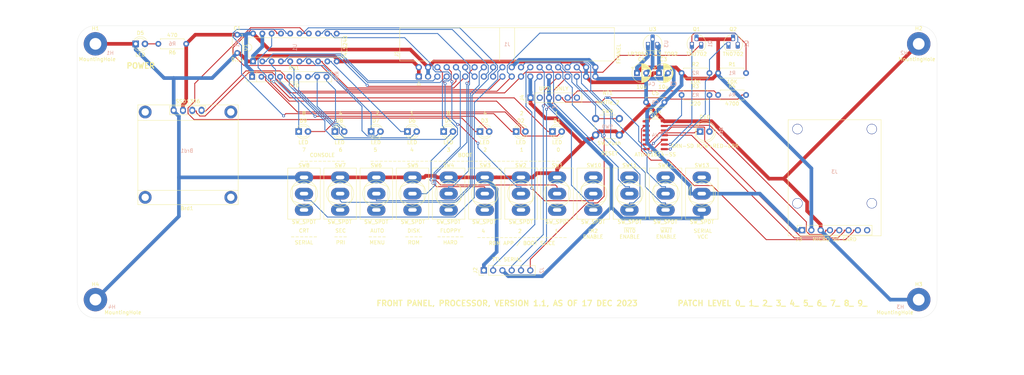
<source format=kicad_pcb>
(kicad_pcb (version 20211014) (generator pcbnew)
  (layers (0 "F.Cu" signal) (31 "B.Cu" signal) (34 "B.Paste" user) (35 "F.Paste" user) (36 "B.SilkS" user "B.Silkscreen") (37 "F.SilkS" user "F.Silkscreen") (38 "B.Mask" user) (39 "F.Mask" user) (44 "Edge.Cuts" user))
  (net 0 "")
  (net 1 "GND")
  (net 2 "VCC")
  (net 3 "Net-(D1-Pad1)")
  (net 4 "Net-(D1-Pad2)")
  (net 5 "Net-(D2-Pad1)")
  (net 6 "Net-(D2-Pad2)")
  (net 7 "Net-(D3-Pad1)")
  (net 8 "Net-(D3-Pad2)")
  (net 9 "Net-(D4-Pad1)")
  (net 10 "Net-(D4-Pad2)")
  (net 11 "Net-(D6-Pad1)")
  (net 12 "Net-(D6-Pad2)")
  (net 13 "Net-(D7-Pad1)")
  (net 14 "Net-(D7-Pad2)")
  (net 15 "Net-(D8-Pad1)")
  (net 16 "Net-(D8-Pad2)")
  (net 17 "Net-(D9-Pad1)")
  (net 18 "Net-(D9-Pad2)")
  (net 19 "/LED0")
  (net 20 "/FP-D0")
  (net 21 "/LED1")
  (net 22 "/FP-D1")
  (net 23 "/LED2")
  (net 24 "/FP-D2")
  (net 25 "/LED3")
  (net 26 "/FP-D3")
  (net 27 "/LED4")
  (net 28 "/FP-D4")
  (net 29 "/LED5")
  (net 30 "/FP-D5")
  (net 31 "/LED6")
  (net 32 "/FP-D6")
  (net 33 "/LED7")
  (net 34 "/FP-D7")
  (net 35 "I2C_SDA")
  (net 36 "I2C_SCL")
  (net 37 "~{EXT_RES}")
  (net 38 "~{IM2-EN}")
  (net 39 "~{RTS}")
  (net 40 "~{IM2-EN-OE}")
  (net 41 "/VCC-TS")
  (net 42 "~{INT0-EN}")
  (net 43 "RX")
  (net 44 "~{INT0}")
  (net 45 "TX")
  (net 46 "~{WAIT-EN}")
  (net 47 "~{CTS}")
  (net 48 "~{WAIT}")
  (net 49 "Net-(D5-Pad2)")
  (net 62 "VDD1")
  (net 63 "Net-(D10-Pad1)")
  (net 64 "Net-(D10-Pad2)")
  (net 65 "/CLK")
  (net 66 "/DO")
  (net 67 "/DI")
  (net 68 "/CS")
  (net 70 "Net-(Q1-Pad1)")
  (net 71 "Net-(Q2-Pad1)")
  (net 72 "Net-(R3-Pad1)")
  (net 77 "/UPDI-RX")
  (net 78 "/UPDI-TX")
  (net 80 "/UPDI")
  (footprint "Connector_IDC:IDC-Header_2x20_P2.54mm_Horizontal" (layer "F.Cu") (at 128.37 163.9475 90)
    (fp_text reference "J1")
    (fp_text value "FPANEL")
  )
  (footprint "Connector_PinHeader_2.54mm:PinHeader_1x06_P2.54mm_Vertical" (layer "F.Cu") (at 146.15 217 90)
    (fp_text reference "J2")
    (fp_text value "TTL SERIAL")
  )
  (footprint "MountingHole:MountingHole_3.2mm_M3_Pad" (layer "F.Cu") (at 40 155)
    (fp_text reference "H1")
    (fp_text value "MountingHole")
  )
  (footprint "MountingHole:MountingHole_3.2mm_M3_Pad" (layer "F.Cu") (at 265 155)
    (fp_text reference "H2")
    (fp_text value "MountingHole")
  )
  (footprint "MountingHole:MountingHole_3.2mm_M3_Pad" (layer "F.Cu") (at 265 225)
    (fp_text reference "H3")
    (fp_text value "MountingHole")
  )
  (footprint "MountingHole:MountingHole_3.2mm_M3_Pad" (layer "F.Cu") (at 40 225)
    (fp_text reference "H4")
    (fp_text value "MountingHole")
  )
  (footprint "LED_THT:LED_D3.0mm" (layer "F.Cu") (at 51 155)
    (fp_text reference "D5")
    (fp_text value "LED")
  )
  (footprint "Resistor_THT:R_Axial_DIN0207_L6.3mm_D2.5mm_P7.62mm_Horizontal" (layer "F.Cu") (at 64.81 155 180)
    (fp_text reference "R6")
    (fp_text value "470")
  )
  (footprint "Resistor_THT:R_Axial_DIN0207_L6.3mm_D2.5mm_P7.62mm_Horizontal" (layer "F.Cu") (at 200.19 169)
    (fp_text reference "R3")
    (fp_text value "220")
  )
  (footprint "LED_THT:LED_D3.0mm" (layer "F.Cu") (at 135.171 179)
    (fp_text reference "D4")
    (fp_text value "LED")
  )
  (footprint "Button_Switch_THT:SW_PUSH_6mm" (layer "F.Cu") (at 176.69 175.46)
    (fp_text reference "SW9")
    (fp_text value "SW_Push")
  )
  (footprint "Resistor_THT:R_Axial_DIN0207_L6.3mm_D2.5mm_P7.62mm_Horizontal" (layer "F.Cu") (at 210.19 169)
    (fp_text reference "R4")
    (fp_text value "4700")
  )
  (footprint "LED_THT:LED_D3.0mm" (layer "F.Cu") (at 125.2651 179)
    (fp_text reference "D6")
    (fp_text value "LED")
  )
  (footprint "LED_THT:LED_D3.0mm" (layer "F.Cu") (at 145.0769 179.0023)
    (fp_text reference "D3")
    (fp_text value "LED")
  )
  (footprint "Package_DIP:DIP-20_W7.62mm" (layer "F.Cu") (at 83.075 159.8 90)
    (fp_text reference "U1")
    (fp_text value "74LS240")
  )
  (footprint "Package_TO_SOT_THT:TO-92_HandSolder" (layer "F.Cu") (at 213 155)
    (fp_text reference "Q2")
    (fp_text value "TN0702")
  )
  (footprint "SW_Toggle_Blue_wSlots:SW_Toggle_Blue_wSlots" (layer "F.Cu") (at 97 196 -90)
    (fp_text reference "SW8")
    (fp_text value "SW_SPDT")
  )
  (footprint "SW_Toggle_Blue_wSlots:SW_Toggle_Blue_wSlots" (layer "F.Cu") (at 146.4102 196 -90)
    (fp_text reference "SW3")
    (fp_text value "SW_SPDT")
  )
  (footprint "SW_Toggle_Blue_wSlots:SW_Toggle_Blue_wSlots" (layer "F.Cu") (at 106.882 196 -90)
    (fp_text reference "SW7")
    (fp_text value "SW_SPDT")
  )
  (footprint "Capacitor_THT:C_Disc_D5.0mm_W2.5mm_P5.00mm" (layer "F.Cu") (at 78.75 157.5 90)
    (fp_text reference "C1")
    (fp_text value "0.1u")
  )
  (footprint "Package_TO_SOT_THT:TO-92_HandSolder" (layer "F.Cu") (at 203 155)
    (fp_text reference "Q1")
    (fp_text value "TN0702")
  )
  (footprint "Adafruit MicroSD Module:Adafruit MicroSD Module" (layer "F.Cu") (at 233.125 206)
    (fp_text reference "J3")
    (fp_text value "MICRO SD CARD")
  )
  (footprint "SW_Toggle_Blue_wSlots:SW_Toggle_Blue_wSlots" (layer "F.Cu") (at 166.1743 196 -90)
    (fp_text reference "SW1")
    (fp_text value "SW_SPDT")
  )
  (footprint "SW_Toggle_Blue_wSlots:SW_Toggle_Blue_wSlots" (layer "F.Cu") (at 126.6461 196 -90)
    (fp_text reference "SW5")
    (fp_text value "SW_SPDT")
  )
  (footprint "LED_THT:LED_D3.0mm" (layer "F.Cu") (at 154.9828 179.0018)
    (fp_text reference "D2")
    (fp_text value "LED")
  )
  (footprint "Capacitor_THT:C_Disc_D5.0mm_W2.5mm_P5.00mm" (layer "F.Cu") (at 190.5 171)
    (fp_text reference "C5")
    (fp_text value "0.1u")
  )
  (footprint "Capacitor_THT:CP_Radial_D5.0mm_P2.50mm" (layer "F.Cu") (at 194 163)
    (fp_text reference "C3")
    (fp_text value "10u")
  )
  (footprint "Capacitor_THT:CP_Radial_D5.0mm_P2.50mm" (layer "F.Cu") (at 188 163)
    (fp_text reference "C4")
    (fp_text value "10u")
  )
  (footprint "SW_Toggle_Blue_wSlots:SW_Toggle_Blue_wSlots" (layer "F.Cu") (at 176.0564 196 -90)
    (fp_text reference "SW10")
    (fp_text value "SW_SPDT")
  )
  (footprint "LED_THT:LED_D3.0mm" (layer "F.Cu") (at 115.3593 179.0018)
    (fp_text reference "D7")
    (fp_text value "LED")
  )
  (footprint "SW_Toggle_Blue_wSlots:SW_Toggle_Blue_wSlots" (layer "F.Cu") (at 116.7641 196 -90)
    (fp_text reference "SW6")
    (fp_text value "SW_SPDT")
  )
  (footprint "Connector_PinHeader_2.54mm:PinHeader_1x06_P2.54mm_Vertical" (layer "F.Cu") (at 158.9 169.75 90)
    (fp_text reference "J4")
    (fp_text value "UPDI ONLY")
  )
  (footprint "SW_Toggle_Blue_wSlots:SW_Toggle_Blue_wSlots" (layer "F.Cu") (at 185.9384 196 -90)
    (fp_text reference "SW11")
    (fp_text value "SW_SPDT")
  )
  (footprint "Resistor_THT:R_Axial_DIN0207_L6.3mm_D2.5mm_P7.62mm_Horizontal" (layer "F.Cu") (at 210.19 163)
    (fp_text reference "R1")
    (fp_text value "10K")
  )
  (footprint "Resistor_THT:R_Array_SIP9" (layer "F.Cu") (at 82.825 164)
    (fp_text reference "RN1")
    (fp_text value "470")
  )
  (footprint "LED_THT:LED_D3.0mm" (layer "F.Cu") (at 105.4534 179)
    (fp_text reference "D8")
    (fp_text value "LED")
  )
  (footprint "LED_THT:LED_D3.0mm" (layer "F.Cu") (at 164.8886 179)
    (fp_text reference "D1")
    (fp_text value "LED")
  )
  (footprint "LED_THT:LED_D5.0mm" (layer "F.Cu") (at 205.27 179)
    (fp_text reference "D10")
    (fp_text value "GRN-SD R/W+RED-ERR")
  )
  (footprint "SW_Toggle_Blue_wSlots:SW_Toggle_Blue_wSlots" (layer "F.Cu") (at 156.2923 196 -90)
    (fp_text reference "SW2")
    (fp_text value "SW_SPDT")
  )
  (footprint "LED_THT:LED_D3.0mm" (layer "F.Cu") (at 95.5475 179)
    (fp_text reference "D9")
    (fp_text value "LED")
  )
  (footprint "SSD1306:128x64OLED" (layer "F.Cu") (at 65 184)
    (fp_text reference "Brd1")
    (fp_text value "SSD1306")
  )
  (footprint "Package_SO:SOIC-14_3.9x8.7mm_P1.27mm" (layer "F.Cu") (at 193 180)
    (fp_text reference "U4")
    (fp_text value "ATtiny1614-SS")
  )
  (footprint "SW_Toggle_Blue_wSlots:SW_Toggle_Blue_wSlots" (layer "F.Cu") (at 205.7025 196 -90)
    (fp_text reference "SW13")
    (fp_text value "SW_SPDT")
  )
  (footprint "Resistor_THT:R_Axial_DIN0207_L6.3mm_D2.5mm_P7.62mm_Horizontal" (layer "F.Cu") (at 200.19 163)
    (fp_text reference "R2")
    (fp_text value "10K")
  )
  (footprint "NetTie:NetTie-2_THT_Pad0.3mm" (layer "F.Cu") (at 179.4 169.75)
    (fp_text reference "NT1")
    (fp_text value "NetTie_2")
  )
  (footprint "SW_Toggle_Blue_wSlots:SW_Toggle_Blue_wSlots" (layer "F.Cu") (at 195.8205 196 -90)
    (fp_text reference "SW12")
    (fp_text value "SW_SPDT")
  )
  (footprint "SW_Toggle_Blue_wSlots:SW_Toggle_Blue_wSlots" (layer "F.Cu") (at 136.5282 196 -90)
    (fp_text reference "SW4")
    (fp_text value "SW_SPDT")
  )
  (footprint "Package_TO_SOT_THT:TO-92_HandSolder" (layer "F.Cu") (at 191 155)
    (fp_text reference "U3")
    (fp_text value "LP2950-3.3_TO92")
  )
  (gr_line (start 40 230) (end 265 230) (layer "Edge.Cuts") (width 0.05))
  (gr_line (start 35 155) (end 35 225) (layer "Edge.Cuts") (width 0.05))
  (gr_line (start 265 150) (end 40 150) (layer "Edge.Cuts") (width 0.05))
  (gr_line (start 270 225) (end 270 155) (layer "Edge.Cuts") (width 0.05))
  (gr_arc (start 265 150) (mid 268.535534 151.464466) (end 270 155) (layer "Edge.Cuts") (width 0.05))
  (gr_arc (start 40 230) (mid 36.464466 228.535534) (end 35 225) (layer "Edge.Cuts") (width 0.05))
  (gr_arc (start 35 155) (mid 36.464466 151.464466) (end 40 150) (layer "Edge.Cuts") (width 0.05))
  (gr_arc (start 270 225) (mid 268.535534 228.535534) (end 265 230) (layer "Edge.Cuts") (width 0.05))
  (gr_text "FRONT PANEL, PROCESSOR, VERSION 1.1, AS OF 17 DEC 2023" (at 152.5 226) (layer "F.SilkS") (effects (font (size 1.5 1.5) (thickness 0.3))))
  (gr_text "~{INT0}\nENABLE" (at 186 207) (layer "F.SilkS") (effects (font (size 1 1))))
  (gr_text "POWER" (at 52.366487 161) (layer "F.SilkS") (effects (font (size 1.5 1.5) (thickness 0.3))))
  (gr_text "4" (at 146 206.25) (layer "F.SilkS") (effects (font (size 1 1))))
  (gr_text "8" (at 97 174) (layer "F.SilkS") (effects (font (size 1 1))))
  (gr_text "1" (at 126.5 174) (layer "F.SilkS") (effects (font (size 1 1))))
  (gr_text "2" (at 117 174) (layer "F.SilkS") (effects (font (size 1 1))))
  (gr_text "2" (at 146.5 184) (layer "F.SilkS") (effects (font (size 1 1))))
  (gr_text "SERIAL\nVCC" (at 206 207) (layer "F.SilkS") (effects (font (size 1 1))))
  (gr_text "1" (at 166 174) (layer "F.SilkS") (effects (font (size 1 1))))
  (gr_text "2" (at 156.5 174) (layer "F.SilkS") (effects (font (size 1 1))))
  (gr_text "1" (at 156.5 184) (layer "F.SilkS") (effects (font (size 1 1))))
  (gr_text "SEC\n---\nPRI" (at 107 207.75) (layer "F.SilkS") (effects (font (size 1 1))))
  (gr_text "DISK\n----\nROM" (at 127 207.75) (layer "F.SilkS") (effects (font (size 1 1))))
  (gr_text "--------------------\nROM APP / BOOT SLICE" (at 156.58977 208.75) (layer "F.SilkS") (effects (font (size 1 1))))
  (gr_text "PATCH LEVEL 0_ 1_ 2_ 3_ 4_ 5_ 6_ 7_ 8_ 9_" (at 225 226) (layer "F.SilkS") (effects (font (size 1.5 1.5) (thickness 0.3))))
  (gr_text "7" (at 97 184) (layer "F.SilkS") (effects (font (size 1 1))))
  (gr_text "4" (at 146.5 174) (layer "F.SilkS") (effects (font (size 1 1))))
  (gr_text "BOOT\n------------------------------------------" (at 141 186.25) (layer "F.SilkS") (effects (font (size 1 1))))
  (gr_text "1" (at 166 206.25) (layer "F.SilkS") (effects (font (size 1 1))))
  (gr_text "5" (at 116.5 184) (layer "F.SilkS") (effects (font (size 1 1))))
  (gr_text "AUTO\n----\nMENU" (at 117 207.75) (layer "F.SilkS") (effects (font (size 1 1))))
  (gr_text "2" (at 156 206.25) (layer "F.SilkS") (effects (font (size 1 1))))
  (gr_text "8" (at 136.5 174) (layer "F.SilkS") (effects (font (size 1 1))))
  (gr_text "FLOPPY\n------\nHARD" (at 137 207.75) (layer "F.SilkS") (effects (font (size 1 1))))
  (gr_text "4" (at 107 174) (layer "F.SilkS") (effects (font (size 1 1))))
  (gr_text "RESET" (at 180.5 185) (layer "F.SilkS") (effects (font (size 1 1))))
  (gr_text "CRT\n------\nSERIAL" (at 97 207.75) (layer "F.SilkS") (effects (font (size 1 1))))
  (gr_text "~{WAIT}\nENABLE" (at 196 207) (layer "F.SilkS") (effects (font (size 1 1))))
  (gr_text "3" (at 136.5 184) (layer "F.SilkS") (effects (font (size 1 1))))
  (gr_text "4" (at 126.5 184) (layer "F.SilkS") (effects (font (size 1 1))))
  (gr_text "CONSOLE\n----------" (at 102 186.25) (layer "F.SilkS") (effects (font (size 1 1))))
  (gr_text "IM2\nENABLE" (at 176 207) (layer "F.SilkS") (effects (font (size 1 1))))
  (gr_text "6" (at 107 184) (layer "F.SilkS") (effects (font (size 1 1))))
  (gr_text "0" (at 166.5 184) (layer "F.SilkS") (effects (font (size 1 1))))
  (segment (start 149.6105 191.55) (end 156.2923 191.55) (width 1) (layer "F.Cu") (net 1))
  (segment (start 238.205 204.4497) (end 234.502666 200.747334) (width 1) (layer "F.Cu") (net 1))
  (segment (start 83.075 159.8) (end 81.5747 159.8) (width 1) (layer "F.Cu") (net 1))
  (segment (start 126.6461 191.55) (end 129.8464 191.55) (width 1) (layer "F.Cu") (net 1))
  (segment (start 106.882 191.55) (end 97 191.55) (width 1) (layer "F.Cu") (net 1))
  (segment (start 234.502666 200.747334) (end 234.502666 198.252666) (width 1) (layer "F.Cu") (net 1))
  (segment (start 265 155) (end 228.125 191.875) (width 1) (layer "F.Cu") (net 1))
  (segment (start 106.6852 159.8) (end 107.4353 159.8) (width 1) (layer "F.Cu") (net 1))
  (segment (start 162.9646 175.3649) (end 158.9 171.3003) (width 1) (layer "F.Cu") (net 1))
  (segment (start 182.1813 178.9513) (end 177.6987 178.9513) (width 1) (layer "F.Cu") (net 1))
  (segment (start 105.1848 158.2996) (end 84.5754 158.2996) (width 1) (layer "F.Cu") (net 1))
  (segment (start 146.4102 191.55) (end 136.5282 191.55) (width 1) (layer "F.Cu") (net 1))
  (segment (start 128.37 161.4075) (end 126.7625 159.8) (width 1) (layer "F.Cu") (net 1))
  (segment (start 106.6852 159.8) (end 105.1848 158.2996) (width 1) (layer "F.Cu") (net 1))
  (segment (start 84.5754 158.2996) (end 83.075 159.8) (width 1) (layer "F.Cu") (net 1))
  (segment (start 166.1743 190.3998) (end 166.1743 189.2497) (width 1) (layer "F.Cu") (net 1))
  (segment (start 191.2175 171.9325) (end 195.475 176.19) (width 1) (layer "F.Cu") (net 1))
  (segment (start 156.2923 191.55) (end 159.4926 191.55) (width 1) (layer "F.Cu") (net 1))
  (segment (start 191.2175 171.9325) (end 183.19 179.96) (width 1) (layer "F.Cu") (net 1))
  (segment (start 208.395 176.19) (end 195.475 176.19) (width 1) (layer "F.Cu") (net 1))
  (segment (start 183.19 179.96) (end 182.1813 178.9513) (width 1) (layer "F.Cu") (net 1))
  (segment (start 176.69 179.96) (end 175.5812 181.0688) (width 1) (layer "F.Cu") (net 1))
  (segment (start 166.1743 190.3998) (end 160.6428 190.3998) (width 1) (layer "F.Cu") (net 1))
  (segment (start 190.5 171) (end 191.2175 171.7175) (width 1) (layer "F.Cu") (net 1))
  (segment (start 128.37 161.4075) (end 128.37 163.9475) (width 1) (layer "F.Cu") (net 1))
  (segment (start 126.7625 159.8) (end 107.4353 159.8) (width 1) (layer "F.Cu") (net 1))
  (segment (start 116.7641 191.55) (end 106.882 191.55) (width 1) (layer "F.Cu") (net 1))
  (segment (start 228.1025 191.8975) (end 224.1025 191.8975) (width 1) (layer "F.Cu") (net 1))
  (segment (start 126.6461 191.55) (end 116.7641 191.55) (width 1) (layer "F.Cu") (net 1))
  (segment (start 132.9105 191.1326) (end 130.2638 191.1326) (width 1) (layer "F.Cu") (net 1))
  (segment (start 191.2175 171.7175) (end 191.2175 171.9325) (width 1) (layer "F.Cu") (net 1))
  (segment (start 133.3279 191.55) (end 132.9105 191.1326) (width 1) (layer "F.Cu") (net 1))
  (segment (start 174.3552 181.0688) (end 173.0669 182.3571) (width 1) (layer "F.Cu") (net 1))
  (segment (start 177.6987 178.9513) (end 176.69 179.96) (width 1) (layer "F.Cu") (net 1))
  (segment (start 105.935 159.8) (end 106.6852 159.8) (width 1) (layer "F.Cu") (net 1))
  (segment (start 146.4102 191.55) (end 149.6105 191.55) (width 1) (layer "F.Cu") (net 1))
  (segment (start 158.9 169.75) (end 158.9 171.3003) (width 1) (layer "F.Cu") (net 1))
  (segment (start 79.2747 157.5) (end 81.5747 159.8) (width 1) (layer "F.Cu") (net 1))
  (segment (start 136.5282 191.55) (end 133.3279 191.55) (width 1) (layer "F.Cu") (net 1))
  (segment (start 238.205 206) (end 238.205 204.4497) (width 1) (layer "F.Cu") (net 1))
  (segment (start 160.6428 190.3998) (end 159.4926 191.55) (width 1) (layer "F.Cu") (net 1))
  (segment (start 228.125 191.875) (end 228.1025 191.8975) (width 1) (layer "F.Cu") (net 1))
  (segment (start 173.0669 182.3571) (end 166.1743 189.2497) (width 1) (layer "F.Cu") (net 1))
  (segment (start 78.75 157.5) (end 79.2747 157.5) (width 1) (layer "F.Cu") (net 1))
  (segment (start 166.0746 175.3649) (end 162.9646 175.3649) (width 1) (layer "F.Cu") (net 1))
  (segment (start 175.5812 181.0688) (end 174.3552 181.0688) (width 1) (layer "F.Cu") (net 1))
  (segment (start 234.502666 198.252666) (end 228.125 191.875) (width 1) (layer "F.Cu") (net 1))
  (segment (start 130.2638 191.1326) (end 129.8464 191.55) (width 1) (layer "F.Cu") (net 1))
  (segment (start 173.0669 182.3571) (end 166.0746 175.3649) (width 1) (layer "F.Cu") (net 1))
  (segment (start 51 155) (end 40 155) (width 1) (layer "F.Cu") (net 1))
  (segment (start 166.1743 191.55) (end 166.1743 190.3998) (width 1) (layer "F.Cu") (net 1))
  (segment (start 224.1025 191.8975) (end 208.395 176.19) (width 1) (layer "F.Cu") (net 1))
  (segment (start 85.615 155.7597) (end 83.075 158.2997) (width 1) (layer "B.Cu") (net 1))
  (segment (start 62.805 174.825) (end 62.805 191.55) (width 1) (layer "B.Cu") (net 1))
  (segment (start 61.38 164.3636) (end 61.38 173.4) (width 1) (layer "B.Cu") (net 1))
  (segment (start 190.5 164.5269) (end 190.5 171) (width 1) (layer "B.Cu") (net 1))
  (segment (start 176.63 161.4075) (end 176.63 161.1068) (width 1) (layer "B.Cu") (net 1))
  (segment (start 158.85 163.9475) (end 158.85 168.1497) (width 1) (layer "B.Cu") (net 1))
  (segment (start 190.5 164.5269) (end 177.2094 164.5269) (width 1) (layer "B.Cu") (net 1))
  (segment (start 192.27 161.23) (end 190.5 163) (width 1) (layer "B.Cu") (net 1))
  (segment (start 97 191.55) (end 62.805 191.55) (width 1) (layer "B.Cu") (net 1))
  (segment (start 158.85 168.1497) (end 158.9 168.1997) (width 1) (layer "B.Cu") (net 1))
  (segment (start 192.27 153.73) (end 192.27 161.23) (width 1) (layer "B.Cu") (net 1))
  (segment (start 85.615 152.18) (end 85.615 155.7597) (width 1) (layer "B.Cu") (net 1))
  (segment (start 146.15 217) (end 146.15 215.4497) (width 1) (layer "B.Cu") (net 1))
  (segment (start 51 155) (end 51 156.6003) (width 1) (layer "B.Cu") (net 1))
  (segment (start 58.7633 164.3636) (end 61.38 164.3636) (width 1) (layer "B.Cu") (net 1))
  (segment (start 257.205 225) (end 265 225) (width 1) (layer "B.Cu") (net 1))
  (segment (start 71.8864 164.3636) (end 78.75 157.5) (width 1) (layer "B.Cu") (net 1))
  (segment (start 174.9114 159.3882) (end 155.7893 159.3882) (width 1) (layer "B.Cu") (net 1))
  (segment (start 62.805 191.55) (end 62.805 202.195) (width 1) (layer "B.Cu") (net 1))
  (segment (start 176.63 163.9475) (end 176.63 161.4075) (width 1) (layer "B.Cu") (net 1))
  (segment (start 62.805 202.195) (end 40 225) (width 1) (layer "B.Cu") (net 1))
  (segment (start 146.4102 191.55) (end 149.6553 194.7951) (width 1) (layer "B.Cu") (net 1))
  (segment (start 190.5 163) (end 190.5 164.5269) (width 1) (layer "B.Cu") (net 1))
  (segment (start 155.7893 159.3882) (end 153.77 161.4075) (width 1) (layer "B.Cu") (net 1))
  (segment (start 238.205 206) (end 257.205 225) (width 1) (layer "B.Cu") (net 1))
  (segment (start 149.6553 211.9444) (end 146.15 215.4497) (width 1) (layer "B.Cu") (net 1))
  (segment (start 176.63 161.1068) (end 174.9114 159.3882) (width 1) (layer "B.Cu") (net 1))
  (segment (start 83.075 159.8) (end 83.075 158.2997) (width 1) (layer "B.Cu") (net 1))
  (segment (start 158.9 169.75) (end 158.9 168.1997) (width 1) (layer "B.Cu") (net 1))
  (segment (start 149.6553 194.7951) (end 149.6553 211.9444) (width 1) (layer "B.Cu") (net 1))
  (segment (start 61.38 164.3636) (end 71.8864 164.3636) (width 1) (layer "B.Cu") (net 1))
  (segment (start 51 156.6003) (end 58.7633 164.3636) (width 1) (layer "B.Cu") (net 1))
  (segment (start 177.2094 164.5269) (end 176.63 163.9475) (width 1) (layer "B.Cu") (net 1))
  (segment (start 61.38 173.4) (end 62.805 174.825) (width 1) (layer "B.Cu") (net 1))
  (segment (start 196.5 163.0994) (end 196.5 163) (width 1) (layer "B.Cu") (net 1))
  (segment (start 195.0725 164.5269) (end 196.5 163.0994) (width 1) (layer "B.Cu") (net 1))
  (segment (start 190.5 164.5269) (end 195.0725 164.5269) (width 1) (layer "B.Cu") (net 1))
  (segment (start 174.09 161.4075) (end 172.537 159.8545) (width 1) (layer "F.Cu") (net 2))
  (segment (start 172.537 159.8545) (end 132.463 159.8545) (width 1) (layer "F.Cu") (net 2))
  (segment (start 190.1649 165.5223) (end 175.6648 165.5223) (width 1) (layer "F.Cu") (net 2))
  (segment (start 126.0648 156.5623) (end 87.4573 156.5623) (width 1) (layer "F.Cu") (net 2))
  (segment (start 192.4997 163) (end 192.4997 163.1875) (width 1) (layer "F.Cu") (net 2))
  (segment (start 175.6648 165.5223) (end 174.09 163.9475) (width 1) (layer "F.Cu") (net 2))
  (segment (start 78.75 152.5) (end 67.31 152.5) (width 1) (layer "F.Cu") (net 2))
  (segment (start 67.31 152.5) (end 64.81 155) (width 1) (layer "F.Cu") (net 2))
  (segment (start 194 163) (end 192.4997 163) (width 1) (layer "F.Cu") (net 2))
  (segment (start 192.4997 163.1875) (end 190.1649 165.5223) (width 1) (layer "F.Cu") (net 2))
  (segment (start 64.81 155) (end 64.81 170.8097) (width 1) (layer "F.Cu") (net 2))
  (segment (start 64.81 170.8097) (end 63.92 171.6997) (width 1) (layer "F.Cu") (net 2))
  (segment (start 63.92 173.4) (end 63.92 171.6997) (width 1) (layer "F.Cu") (net 2))
  (segment (start 130.91 161.4075) (end 126.0648 156.5623) (width 1) (layer "F.Cu") (net 2))
  (segment (start 132.463 159.8545) (end 130.91 161.4075) (width 1) (layer "F.Cu") (net 2))
  (segment (start 87.4573 156.5623) (end 83.075 152.18) (width 1) (layer "F.Cu") (net 2))
  (segment (start 83.075 152.18) (end 81.4836 152.18) (width 1) (layer "B.Cu") (net 2))
  (segment (start 198.0417 162.4023) (end 198.0417 166.3364) (width 1) (layer "B.Cu") (net 2))
  (segment (start 194 161.4997) (end 194 155.46) (width 1) (layer "B.Cu") (net 2))
  (segment (start 190.7763 182.1062) (end 202.5022 193.8321) (width 1) (layer "B.Cu") (net 2))
  (segment (start 202.5022 193.8321) (end 202.5022 196) (width 1) (layer "B.Cu") (net 2))
  (segment (start 81.4836 152.18) (end 81.1636 152.5) (width 1) (layer "B.Cu") (net 2))
  (segment (start 197.1391 161.4997) (end 198.0417 162.4023) (width 1) (layer "B.Cu") (net 2))
  (segment (start 194 155.46) (end 193.54 155) (width 1) (layer "B.Cu") (net 2))
  (segment (start 81.1636 152.5) (end 78.75 152.5) (width 1) (layer "B.Cu") (net 2))
  (segment (start 231.5747 206) (end 221.5747 196) (width 1) (layer "B.Cu") (net 2))
  (segment (start 233.125 206) (end 231.5747 206) (width 1) (layer "B.Cu") (net 2))
  (segment (start 82.825 164) (end 82.825 162.4997) (width 1) (layer "B.Cu") (net 2))
  (segment (start 198.0417 166.3364) (end 190.7763 173.6018) (width 1) (layer "B.Cu") (net 2))
  (segment (start 174.09 161.4075) (end 174.09 163.9475) (width 1) (layer "B.Cu") (net 2))
  (segment (start 130.91 161.4075) (end 130.91 163.9475) (width 1) (layer "B.Cu") (net 2))
  (segment (start 205.7025 196) (end 202.5022 196) (width 1) (layer "B.Cu") (net 2))
  (segment (start 194 161.4997) (end 197.1391 161.4997) (width 1) (layer "B.Cu") (net 2))
  (segment (start 81.1636 160.8383) (end 82.825 162.4997) (width 1) (layer "B.Cu") (net 2))
  (segment (start 221.5747 196) (end 205.7025 196) (width 1) (layer "B.Cu") (net 2))
  (segment (start 194 163) (end 194 161.4997) (width 1) (layer "B.Cu") (net 2))
  (segment (start 81.1636 152.5) (end 81.1636 160.8383) (width 1) (layer "B.Cu") (net 2))
  (segment (start 190.7763 173.6018) (end 190.7763 182.1062) (width 1) (layer "B.Cu") (net 2))
  (segment (start 93.1335 169.78) (end 88.7064 165.3529) (width 0.25) (layer "F.Cu") (net 3))
  (segment (start 154.4433 169.78) (end 93.1335 169.78) (width 0.25) (layer "F.Cu") (net 3))
  (segment (start 164.8886 179) (end 163.6633 179) (width 0.25) (layer "F.Cu") (net 3))
  (segment (start 163.6633 179) (end 154.4433 169.78) (width 0.25) (layer "F.Cu") (net 3))
  (via (at 88.7064 165.3529) (size 0.8) (drill 0.4) (layers "F.Cu" "B.Cu") (net 3))
  (segment (start 87.6075 165.3529) (end 86.635 164.3804) (width 0.25) (layer "B.Cu") (net 3))
  (segment (start 88.155 155.6279) (end 88.155 152.18) (width 0.25) (layer "B.Cu") (net 3))
  (segment (start 86.635 164.3804) (end 86.635 163.6746) (width 0.25) (layer "B.Cu") (net 3))
  (segment (start 86.635 163.6746) (end 84.4689 161.5085) (width 0.25) (layer "B.Cu") (net 3))
  (segment (start 84.4689 161.5085) (end 84.4689 159.314) (width 0.25) (layer "B.Cu") (net 3))
  (segment (start 88.7064 165.3529) (end 87.6075 165.3529) (width 0.25) (layer "B.Cu") (net 3))
  (segment (start 84.4689 159.314) (end 88.155 155.6279) (width 0.25) (layer "B.Cu") (net 3))
  (segment (start 156.2082 179.4688) (end 156.2082 177.8971) (width 0.25) (layer "F.Cu") (net 4))
  (segment (start 151.9551 173.644) (end 95.1991 173.644) (width 0.25) (layer "F.Cu") (net 4))
  (segment (start 167.4286 179) (end 166.2014 180.2272) (width 0.25) (layer "F.Cu") (net 4))
  (segment (start 86.4903 164.9352) (end 86.4903 164) (width 0.25) (layer "F.Cu") (net 4))
  (segment (start 85.365 164) (end 86.4903 164) (width 0.25) (layer "F.Cu") (net 4))
  (segment (start 166.2014 180.2272) (end 156.9666 180.2272) (width 0.25) (layer "F.Cu") (net 4))
  (segment (start 156.9666 180.2272) (end 156.2082 179.4688) (width 0.25) (layer "F.Cu") (net 4))
  (segment (start 156.2082 177.8971) (end 151.9551 173.644) (width 0.25) (layer "F.Cu") (net 4))
  (segment (start 95.1991 173.644) (end 86.4903 164.9352) (width 0.25) (layer "F.Cu") (net 4))
  (segment (start 92.0227 174.0943) (end 91.4192 174.6978) (width 0.25) (layer "F.Cu") (net 5))
  (segment (start 153.7575 179.0018) (end 148.85 174.0943) (width 0.25) (layer "F.Cu") (net 5))
  (segment (start 154.9828 179.0018) (end 153.7575 179.0018) (width 0.25) (layer "F.Cu") (net 5))
  (segment (start 148.85 174.0943) (end 92.0227 174.0943) (width 0.25) (layer "F.Cu") (net 5))
  (via (at 91.4192 174.6978) (size 0.8) (drill 0.4) (layers "F.Cu" "B.Cu") (net 5))
  (segment (start 91.2578 151.0468) (end 78.6103 151.0468) (width 0.25) (layer "B.Cu") (net 5))
  (segment (start 93.235 152.18) (end 92.1097 152.18) (width 0.25) (layer "B.Cu") (net 5))
  (segment (start 78.6103 151.0468) (end 77.5903 152.0668) (width 0.25) (layer "B.Cu") (net 5))
  (segment (start 92.1097 151.8987) (end 91.2578 151.0468) (width 0.25) (layer "B.Cu") (net 5))
  (segment (start 77.5903 152.0668) (end 77.5903 153.1404) (width 0.25) (layer "B.Cu") (net 5))
  (segment (start 92.1097 152.18) (end 92.1097 151.8987) (width 0.25) (layer "B.Cu") (net 5))
  (segment (start 79.9271 163.2057) (end 91.4192 174.6978) (width 0.25) (layer "B.Cu") (net 5))
  (segment (start 79.9271 155.4772) (end 79.9271 163.2057) (width 0.25) (layer "B.Cu") (net 5))
  (segment (start 77.5903 153.1404) (end 79.9271 155.4772) (width 0.25) (layer "B.Cu") (net 5))
  (segment (start 92.9462 170.6807) (end 149.6287 170.6807) (width 0.25) (layer "F.Cu") (net 6))
  (segment (start 149.6287 170.6807) (end 157.5228 178.5748) (width 0.25) (layer "F.Cu") (net 6))
  (segment (start 87.905 165.6395) (end 92.9462 170.6807) (width 0.25) (layer "F.Cu") (net 6))
  (segment (start 87.905 164) (end 87.905 165.1253) (width 0.25) (layer "F.Cu") (net 6))
  (segment (start 87.905 165.1253) (end 87.905 165.6395) (width 0.25) (layer "F.Cu") (net 6))
  (segment (start 157.5228 178.5748) (end 157.5228 179.0018) (width 0.25) (layer "F.Cu") (net 6))
  (segment (start 95.8698 150.5788) (end 97.1897 151.8987) (width 0.25) (layer "F.Cu") (net 7))
  (segment (start 97.1897 152.18) (end 98.315 152.18) (width 0.25) (layer "F.Cu") (net 7))
  (segment (start 65.3115 174.0942) (end 65.3115 172.5445) (width 0.25) (layer "F.Cu") (net 7))
  (segment (start 140.1699 175.3206) (end 102.8206 175.3206) (width 0.25) (layer "F.Cu") (net 7))
  (segment (start 143.8516 179.0023) (end 140.1699 175.3206) (width 0.25) (layer "F.Cu") (net 7))
  (segment (start 65.3115 172.5445) (end 67.1348 170.7212) (width 0.25) (layer "F.Cu") (net 7))
  (segment (start 145.0769 179.0023) (end 143.8516 179.0023) (width 0.25) (layer "F.Cu") (net 7))
  (segment (start 97.1897 151.8987) (end 97.1897 152.18) (width 0.25) (layer "F.Cu") (net 7))
  (segment (start 67.1348 165.8664) (end 82.4224 150.5788) (width 0.25) (layer "F.Cu") (net 7))
  (segment (start 102.4162 175.725) (end 66.9423 175.725) (width 0.25) (layer "F.Cu") (net 7))
  (segment (start 67.1348 170.7212) (end 67.1348 165.8664) (width 0.25) (layer "F.Cu") (net 7))
  (segment (start 102.8206 175.3206) (end 102.4162 175.725) (width 0.25) (layer "F.Cu") (net 7))
  (segment (start 82.4224 150.5788) (end 95.8698 150.5788) (width 0.25) (layer "F.Cu") (net 7))
  (segment (start 66.9423 175.725) (end 65.3115 174.0942) (width 0.25) (layer "F.Cu") (net 7))
  (segment (start 147.6169 179.0023) (end 143.4343 174.8197) (width 0.25) (layer "F.Cu") (net 8))
  (segment (start 143.4343 174.8197) (end 100.0393 174.8197) (width 0.25) (layer "F.Cu") (net 8))
  (via (at 100.0393 174.8197) (size 0.8) (drill 0.4) (layers "F.Cu" "B.Cu") (net 8))
  (segment (start 90.445 165.2254) (end 100.0393 174.8197) (width 0.25) (layer "B.Cu") (net 8))
  (segment (start 90.445 164) (end 90.445 165.2254) (width 0.25) (layer "B.Cu") (net 8))
  (segment (start 132.9771 162.6775) (end 136.3848 162.6775) (width 0.25) (layer "B.Cu") (net 9))
  (segment (start 134.8222 177.4259) (end 135.171 177.7747) (width 0.25) (layer "B.Cu") (net 9))
  (segment (start 135.2595 165.1504) (end 134.8222 165.5877) (width 0.25) (layer "B.Cu") (net 9))
  (segment (start 124.5083 153.3053) (end 132.2746 161.0716) (width 0.25) (layer "B.Cu") (net 9))
  (segment (start 104.5203 152.18) (end 104.5203 152.4614) (width 0.25) (layer "B.Cu") (net 9))
  (segment (start 135.171 179) (end 135.171 177.7747) (width 0.25) (layer "B.Cu") (net 9))
  (segment (start 137.195 164.4691) (end 136.5137 165.1504) (width 0.25) (layer "B.Cu") (net 9))
  (segment (start 136.3848 162.6775) (end 137.195 163.4877) (width 0.25) (layer "B.Cu") (net 9))
  (segment (start 104.5203 152.4614) (end 105.3642 153.3053) (width 0.25) (layer "B.Cu") (net 9))
  (segment (start 136.5137 165.1504) (end 135.2595 165.1504) (width 0.25) (layer "B.Cu") (net 9))
  (segment (start 137.195 163.4877) (end 137.195 164.4691) (width 0.25) (layer "B.Cu") (net 9))
  (segment (start 134.8222 165.5877) (end 134.8222 177.4259) (width 0.25) (layer "B.Cu") (net 9))
  (segment (start 103.395 152.18) (end 104.5203 152.18) (width 0.25) (layer "B.Cu") (net 9))
  (segment (start 132.2746 161.0716) (end 132.2746 161.975) (width 0.25) (layer "B.Cu") (net 9))
  (segment (start 105.3642 153.3053) (end 124.5083 153.3053) (width 0.25) (layer "B.Cu") (net 9))
  (segment (start 132.2746 161.975) (end 132.9771 162.6775) (width 0.25) (layer "B.Cu") (net 9))
  (segment (start 92.985 166.4066) (end 102.6994 176.121) (width 0.25) (layer "B.Cu") (net 10))
  (segment (start 135.5503 181.1607) (end 137.711 179) (width 0.25) (layer "B.Cu") (net 10))
  (segment (start 105.3501 181.1607) (end 135.5503 181.1607) (width 0.25) (layer "B.Cu") (net 10))
  (segment (start 92.985 164) (end 92.985 166.4066) (width 0.25) (layer "B.Cu") (net 10))
  (segment (start 102.6994 178.51) (end 105.3501 181.1607) (width 0.25) (layer "B.Cu") (net 10))
  (segment (start 102.6994 176.121) (end 102.6994 178.51) (width 0.25) (layer "B.Cu") (net 10))
  (segment (start 123.4642 179) (end 125.2651 179) (width 0.25) (layer "B.Cu") (net 11))
  (segment (start 104.5203 159.8) (end 104.5203 160.0561) (width 0.25) (layer "B.Cu") (net 11))
  (segment (start 104.5203 160.0561) (end 123.4642 179) (width 0.25) (layer "B.Cu") (net 11))
  (segment (start 103.395 159.8) (end 104.5203 159.8) (width 0.25) (layer "B.Cu") (net 11))
  (segment (start 127.8051 179) (end 126.1108 180.6943) (width 0.25) (layer "B.Cu") (net 12))
  (segment (start 106.6788 177.924) (end 106.0121 177.2573) (width 0.25) (layer "B.Cu") (net 12))
  (segment (start 95.525 167.655) (end 95.525 165.1253) (width 0.25) (layer "B.Cu") (net 12))
  (segment (start 95.525 164) (end 95.525 165.1253) (width 0.25) (layer "B.Cu") (net 12))
  (segment (start 126.1108 180.6943) (end 107.9388 180.6943) (width 0.25) (layer "B.Cu") (net 12))
  (segment (start 105.1273 177.2573) (end 95.525 167.655) (width 0.25) (layer "B.Cu") (net 12))
  (segment (start 106.6788 179.4343) (end 106.6788 177.924) (width 0.25) (layer "B.Cu") (net 12))
  (segment (start 106.0121 177.2573) (end 105.1273 177.2573) (width 0.25) (layer "B.Cu") (net 12))
  (segment (start 107.9388 180.6943) (end 106.6788 179.4343) (width 0.25) (layer "B.Cu") (net 12))
  (segment (start 99.4403 160.0814) (end 99.4403 159.8) (width 0.25) (layer "B.Cu") (net 13))
  (segment (start 115.3593 179.0018) (end 115.3593 173.9694) (width 0.25) (layer "B.Cu") (net 13))
  (segment (start 98.315 159.8) (end 99.4403 159.8) (width 0.25) (layer "B.Cu") (net 13))
  (segment (start 115.3593 173.9694) (end 102.3152 160.9253) (width 0.25) (layer "B.Cu") (net 13))
  (segment (start 100.2842 160.9253) (end 99.4403 160.0814) (width 0.25) (layer "B.Cu") (net 13))
  (segment (start 102.3152 160.9253) (end 100.2842 160.9253) (width 0.25) (layer "B.Cu") (net 13))
  (segment (start 99.1903 163.7187) (end 100.0365 162.8725) (width 0.25) (layer "B.Cu") (net 14))
  (segment (start 114.297 180.2272) (end 116.6739 180.2272) (width 0.25) (layer "B.Cu") (net 14))
  (segment (start 116.6739 180.2272) (end 117.8993 179.0018) (width 0.25) (layer "B.Cu") (net 14))
  (segment (start 112.8439 178.7741) (end 114.297 180.2272) (width 0.25) (layer "B.Cu") (net 14))
  (segment (start 112.8439 172.1072) (end 112.8439 178.7741) (width 0.25) (layer "B.Cu") (net 14))
  (segment (start 99.1903 164) (end 99.1903 163.7187) (width 0.25) (layer "B.Cu") (net 14))
  (segment (start 100.0365 162.8725) (end 103.6092 162.8725) (width 0.25) (layer "B.Cu") (net 14))
  (segment (start 98.065 164) (end 99.1903 164) (width 0.25) (layer "B.Cu") (net 14))
  (segment (start 103.6092 162.8725) (end 112.8439 172.1072) (width 0.25) (layer "B.Cu") (net 14))
  (segment (start 94.255 161.9453) (end 93.235 160.9253) (width 0.25) (layer "B.Cu") (net 15))
  (segment (start 105.4534 179) (end 105.4534 177.7747) (width 0.25) (layer "B.Cu") (net 15))
  (segment (start 93.235 159.8) (end 93.235 160.9253) (width 0.25) (layer "B.Cu") (net 15))
  (segment (start 94.255 167.0397) (end 94.255 161.9453) (width 0.25) (layer "B.Cu") (net 15))
  (segment (start 104.99 177.7747) (end 94.255 167.0397) (width 0.25) (layer "B.Cu") (net 15))
  (segment (start 105.4534 177.7747) (end 104.99 177.7747) (width 0.25) (layer "B.Cu") (net 15))
  (segment (start 105.2931 176.7848) (end 100.605 172.0967) (width 0.25) (layer "B.Cu") (net 16))
  (segment (start 107.9934 179) (end 107.9934 178.588) (width 0.25) (layer "B.Cu") (net 16))
  (segment (start 100.605 172.0967) (end 100.605 165.1253) (width 0.25) (layer "B.Cu") (net 16))
  (segment (start 106.1902 176.7848) (end 105.2931 176.7848) (width 0.25) (layer "B.Cu") (net 16))
  (segment (start 107.9934 178.588) (end 106.1902 176.7848) (width 0.25) (layer "B.Cu") (net 16))
  (segment (start 100.605 164) (end 100.605 165.1253) (width 0.25) (layer "B.Cu") (net 16))
  (segment (start 88.155 159.8) (end 88.155 160.9253) (width 0.25) (layer "B.Cu") (net 17))
  (segment (start 89.2295 164.8453) (end 89.2295 161.9998) (width 0.25) (layer "B.Cu") (net 17))
  (segment (start 89.2295 161.9998) (end 88.155 160.9253) (width 0.25) (layer "B.Cu") (net 17))
  (segment (start 95.5475 179) (end 95.5475 177.7747) (width 0.25) (layer "B.Cu") (net 17))
  (segment (start 95.5475 171.1633) (end 89.2295 164.8453) (width 0.25) (layer "B.Cu") (net 17))
  (segment (start 95.5475 177.7747) (end 95.5475 171.1633) (width 0.25) (layer "B.Cu") (net 17))
  (segment (start 98.0875 179) (end 102.6531 179) (width 0.25) (layer "F.Cu") (net 18))
  (segment (start 102.6531 179) (end 105.6072 176.0459) (width 0.25) (layer "F.Cu") (net 18))
  (via (at 105.6072 176.0459) (size 0.8) (drill 0.4) (layers "F.Cu" "B.Cu") (net 18))
  (segment (start 105.6072 167.5875) (end 103.145 165.1253) (width 0.25) (layer "B.Cu") (net 18))
  (segment (start 105.6072 176.0459) (end 105.6072 167.5875) (width 0.25) (layer "B.Cu") (net 18))
  (segment (start 103.145 164) (end 103.145 165.1253) (width 0.25) (layer "B.Cu") (net 18))
  (segment (start 85.615 159.8) (end 86.7403 159.8) (width 0.25) (layer "B.Cu") (net 19))
  (segment (start 132.2638 165.1337) (end 114.5729 165.1337) (width 0.25) (layer "B.Cu") (net 19))
  (segment (start 86.7403 159.5187) (end 86.7403 159.8) (width 0.25) (layer "B.Cu") (net 19))
  (segment (start 133.45 163.9475) (end 132.2638 165.1337) (width 0.25) (layer "B.Cu") (net 19))
  (segment (start 88.4897 157.7693) (end 86.7403 159.5187) (width 0.25) (layer "B.Cu") (net 19))
  (segment (start 114.5729 165.1337) (end 107.2085 157.7693) (width 0.25) (layer "B.Cu") (net 19))
  (segment (start 107.2085 157.7693) (end 88.4897 157.7693) (width 0.25) (layer "B.Cu") (net 19))
  (segment (start 134.8146 162.7721) (end 134.8146 165.1304) (width 0.25) (layer "F.Cu") (net 20))
  (segment (start 131.9072 192.3976) (end 131.7425 192.2329) (width 0.25) (layer "F.Cu") (net 20))
  (segment (start 166.1743 194.0747) (end 165.7239 193.6243) (width 0.25) (layer "F.Cu") (net 20))
  (segment (start 133.45 161.4075) (end 134.8146 162.7721) (width 0.25) (layer "F.Cu") (net 20))
  (segment (start 133.128 192.3976) (end 131.9072 192.3976) (width 0.25) (layer "F.Cu") (net 20))
  (segment (start 134.3547 193.6243) (end 133.128 192.3976) (width 0.25) (layer "F.Cu") (net 20))
  (segment (start 134.8146 165.1304) (end 135.5599 165.8757) (width 0.25) (layer "F.Cu") (net 20))
  (segment (start 165.7239 193.6243) (end 134.3547 193.6243) (width 0.25) (layer "F.Cu") (net 20))
  (segment (start 166.1743 196) (end 166.1743 194.0747) (width 0.25) (layer "F.Cu") (net 20))
  (via (at 135.5599 165.8757) (size 0.8) (drill 0.4) (layers "F.Cu" "B.Cu") (net 20))
  (via (at 131.7425 192.2329) (size 0.8) (drill 0.4) (layers "F.Cu" "B.Cu") (net 20))
  (segment (start 138.9551 179.754) (end 138.9551 178.0834) (width 0.25) (layer "B.Cu") (net 20))
  (segment (start 138.9551 178.0834) (end 135.5599 174.6882) (width 0.25) (layer "B.Cu") (net 20))
  (segment (start 131.7425 192.2329) (end 131.7425 186.9666) (width 0.25) (layer "B.Cu") (net 20))
  (segment (start 131.7425 186.9666) (end 138.9551 179.754) (width 0.25) (layer "B.Cu") (net 20))
  (segment (start 135.5599 174.6882) (end 135.5599 165.8757) (width 0.25) (layer "B.Cu") (net 20))
  (segment (start 90.695 159.8) (end 91.8203 159.8) (width 0.25) (layer "B.Cu") (net 21))
  (segment (start 114.3864 165.5841) (end 107.0219 158.2196) (width 0.25) (layer "B.Cu") (net 21))
  (segment (start 93.1193 158.2196) (end 91.8203 159.5186) (width 0.25) (layer "B.Cu") (net 21))
  (segment (start 134.1889 165.5841) (end 114.3864 165.5841) (width 0.25) (layer "B.Cu") (net 21))
  (segment (start 135.99 163.9475) (end 135.8255 163.9475) (width 0.25) (layer "B.Cu") (net 21))
  (segment (start 135.8255 163.9475) (end 134.1889 165.5841) (width 0.25) (layer "B.Cu") (net 21))
  (segment (start 91.8203 159.5186) (end 91.8203 159.8) (width 0.25) (layer "B.Cu") (net 21))
  (segment (start 107.0219 158.2196) (end 93.1193 158.2196) (width 0.25) (layer "B.Cu") (net 21))
  (segment (start 137.4045 165.3401) (end 137.26 165.1956) (width 0.25) (layer "F.Cu") (net 22))
  (segment (start 139.4318 177.0968) (end 138.9942 177.0968) (width 0.25) (layer "F.Cu") (net 22))
  (segment (start 137.26 162.6775) (end 135.99 161.4075) (width 0.25) (layer "F.Cu") (net 22))
  (segment (start 137.26 165.1956) (end 137.26 162.6775) (width 0.25) (layer "F.Cu") (net 22))
  (segment (start 144.5328 182.1978) (end 139.4318 177.0968) (width 0.25) (layer "F.Cu") (net 22))
  (via (at 144.5328 182.1978) (size 0.8) (drill 0.4) (layers "F.Cu" "B.Cu") (net 22))
  (via (at 137.4045 165.3401) (size 0.8) (drill 0.4) (layers "F.Cu" "B.Cu") (net 22))
  (via (at 138.9942 177.0968) (size 0.8) (drill 0.4) (layers "F.Cu" "B.Cu") (net 22))
  (segment (start 156.2923 196) (end 156.2923 194.0747) (width 0.25) (layer "B.Cu") (net 22))
  (segment (start 138.9942 177.0968) (end 137.4045 175.5071) (width 0.25) (layer "B.Cu") (net 22))
  (segment (start 144.5328 183.4433) (end 144.5328 182.1978) (width 0.25) (layer "B.Cu") (net 22))
  (segment (start 155.1642 194.0747) (end 144.5328 183.4433) (width 0.25) (layer "B.Cu") (net 22))
  (segment (start 137.4045 175.5071) (end 137.4045 165.3401) (width 0.25) (layer "B.Cu") (net 22))
  (segment (start 156.2923 194.0747) (end 155.1642 194.0747) (width 0.25) (layer "B.Cu") (net 22))
  (segment (start 138.53 165.2531) (end 137.1551 166.628) (width 0.25) (layer "F.Cu") (net 23))
  (segment (start 137.1551 166.628) (end 114.5681 166.628) (width 0.25) (layer "F.Cu") (net 23))
  (segment (start 138.53 163.9475) (end 138.53 165.2531) (width 0.25) (layer "F.Cu") (net 23))
  (segment (start 114.5681 166.628) (end 114.2716 166.3315) (width 0.25) (layer "F.Cu") (net 23))
  (via (at 114.2716 166.3315) (size 0.8) (drill 0.4) (layers "F.Cu" "B.Cu") (net 23))
  (segment (start 95.775 159.8) (end 96.9003 159.8) (width 0.25) (layer "B.Cu") (net 23))
  (segment (start 96.9003 159.5943) (end 97.8247 158.6699) (width 0.25) (layer "B.Cu") (net 23))
  (segment (start 97.8247 158.6699) (end 106.61 158.6699) (width 0.25) (layer "B.Cu") (net 23))
  (segment (start 106.61 158.6699) (end 114.2716 166.3315) (width 0.25) (layer "B.Cu") (net 23))
  (segment (start 96.9003 159.8) (end 96.9003 159.5943) (width 0.25) (layer "B.Cu") (net 23))
  (segment (start 146.2236 194.0747) (end 133.2188 194.0747) (width 0.25) (layer "F.Cu") (net 24))
  (segment (start 133.2188 194.0747) (end 132.2671 193.123) (width 0.25) (layer "F.Cu") (net 24))
  (segment (start 146.4102 196) (end 146.4102 194.2613) (width 0.25) (layer "F.Cu") (net 24))
  (segment (start 146.4102 194.2613) (end 146.2236 194.0747) (width 0.25) (layer "F.Cu") (net 24))
  (via (at 132.2671 193.123) (size 0.8) (drill 0.4) (layers "F.Cu" "B.Cu") (net 24))
  (segment (start 132.5422 192.8479) (end 132.2671 193.123) (width 0.25) (layer "B.Cu") (net 24))
  (segment (start 138.53 161.4075) (end 139.7197 162.5972) (width 0.25) (layer "B.Cu") (net 24))
  (segment (start 139.7197 162.5972) (end 139.7197 183.1523) (width 0.25) (layer "B.Cu") (net 24))
  (segment (start 139.7197 183.1523) (end 132.5422 190.3298) (width 0.25) (layer "B.Cu") (net 24))
  (segment (start 132.5422 190.3298) (end 132.5422 192.8479) (width 0.25) (layer "B.Cu") (net 24))
  (segment (start 101.9803 160.0814) (end 108.9773 167.0784) (width 0.25) (layer "F.Cu") (net 25))
  (segment (start 137.9391 167.0784) (end 141.07 163.9475) (width 0.25) (layer "F.Cu") (net 25))
  (segment (start 101.9803 159.8) (end 101.9803 160.0814) (width 0.25) (layer "F.Cu") (net 25))
  (segment (start 100.855 159.8) (end 101.9803 159.8) (width 0.25) (layer "F.Cu") (net 25))
  (segment (start 108.9773 167.0784) (end 137.9391 167.0784) (width 0.25) (layer "F.Cu") (net 25))
  (segment (start 136.5282 194.0747) (end 137.6563 194.0747) (width 0.25) (layer "B.Cu") (net 26))
  (segment (start 137.6563 194.0747) (end 141.9676 189.7634) (width 0.25) (layer "B.Cu") (net 26))
  (segment (start 142.2469 163.3417) (end 141.07 162.1648) (width 0.25) (layer "B.Cu") (net 26))
  (segment (start 136.5282 196) (end 136.5282 194.0747) (width 0.25) (layer "B.Cu") (net 26))
  (segment (start 141.9676 189.7634) (end 141.9676 166.4045) (width 0.25) (layer "B.Cu") (net 26))
  (segment (start 141.07 162.1648) (end 141.07 161.4075) (width 0.25) (layer "B.Cu") (net 26))
  (segment (start 142.2469 166.1252) (end 142.2469 163.3417) (width 0.25) (layer "B.Cu") (net 26))
  (segment (start 141.9676 166.4045) (end 142.2469 166.1252) (width 0.25) (layer "B.Cu") (net 26))
  (segment (start 142.34 160.9975) (end 142.34 162.6775) (width 0.25) (layer "B.Cu") (net 27))
  (segment (start 142.34 162.6775) (end 143.61 163.9475) (width 0.25) (layer "B.Cu") (net 27))
  (segment (start 133.5225 152.18) (end 142.34 160.9975) (width 0.25) (layer "B.Cu") (net 27))
  (segment (start 105.935 152.18) (end 133.5225 152.18) (width 0.25) (layer "B.Cu") (net 27))
  (segment (start 142.2454 162.7721) (end 143.61 161.4075) (width 0.25) (layer "F.Cu") (net 28))
  (segment (start 142.2454 165.0578) (end 142.2454 162.7721) (width 0.25) (layer "F.Cu") (net 28))
  (segment (start 141.5172 165.786) (end 142.2454 165.0578) (width 0.25) (layer "F.Cu") (net 28))
  (via (at 141.5172 165.786) (size 0.8) (drill 0.4) (layers "F.Cu" "B.Cu") (net 28))
  (segment (start 132.9926 190.5163) (end 132.9926 193.5047) (width 0.25) (layer "B.Cu") (net 28))
  (segment (start 129.4714 195.9999) (end 129.4714 196) (width 0.25) (layer "B.Cu") (net 28))
  (segment (start 141.5172 181.9917) (end 132.9926 190.5163) (width 0.25) (layer "B.Cu") (net 28))
  (segment (start 130.4974 195.9999) (end 129.4714 195.9999) (width 0.25) (layer "B.Cu") (net 28))
  (segment (start 141.5172 165.786) (end 141.5172 181.9917) (width 0.25) (layer "B.Cu") (net 28))
  (segment (start 126.6461 196) (end 129.4714 196) (width 0.25) (layer "B.Cu") (net 28))
  (segment (start 132.9926 193.5047) (end 130.4974 195.9999) (width 0.25) (layer "B.Cu") (net 28))
  (segment (start 147.3637 162.7338) (end 147.3637 160.9105) (width 0.25) (layer "B.Cu") (net 29))
  (segment (start 146.15 163.9475) (end 147.3637 162.7338) (width 0.25) (layer "B.Cu") (net 29))
  (segment (start 137.5079 151.0547) (end 102.9288 151.0547) (width 0.25) (layer "B.Cu") (net 29))
  (segment (start 147.3637 160.9105) (end 137.5079 151.0547) (width 0.25) (layer "B.Cu") (net 29))
  (segment (start 101.9803 152.0032) (end 101.9803 152.18) (width 0.25) (layer "B.Cu") (net 29))
  (segment (start 102.9288 151.0547) (end 101.9803 152.0032) (width 0.25) (layer "B.Cu") (net 29))
  (segment (start 100.855 152.18) (end 101.9803 152.18) (width 0.25) (layer "B.Cu") (net 29))
  (segment (start 116.7641 197.9253) (end 138.2699 197.9253) (width 0.25) (layer "B.Cu") (net 30))
  (segment (start 142.4792 193.716) (end 142.4792 168.67) (width 0.25) (layer "B.Cu") (net 30))
  (segment (start 116.7641 196) (end 116.7641 197.9253) (width 0.25) (layer "B.Cu") (net 30))
  (segment (start 138.2699 197.9253) (end 142.4792 193.716) (width 0.25) (layer "B.Cu") (net 30))
  (segment (start 142.4792 168.67) (end 144.88 166.2692) (width 0.25) (layer "B.Cu") (net 30))
  (segment (start 144.88 166.2692) (end 144.88 162.6775) (width 0.25) (layer "B.Cu") (net 30))
  (segment (start 144.88 162.6775) (end 146.15 161.4075) (width 0.25) (layer "B.Cu") (net 30))
  (segment (start 149.8947 160.9449) (end 149.8947 161.9855) (width 0.25) (layer "B.Cu") (net 31))
  (segment (start 98.1946 150.6044) (end 139.5542 150.6044) (width 0.25) (layer "B.Cu") (net 31))
  (segment (start 148.69 163.1902) (end 148.69 163.9475) (width 0.25) (layer "B.Cu") (net 31))
  (segment (start 95.775 152.18) (end 96.9003 152.18) (width 0.25) (layer "B.Cu") (net 31))
  (segment (start 139.5542 150.6044) (end 149.8947 160.9449) (width 0.25) (layer "B.Cu") (net 31))
  (segment (start 96.9003 152.18) (end 96.9003 151.8987) (width 0.25) (layer "B.Cu") (net 31))
  (segment (start 149.8947 161.9855) (end 148.69 163.1902) (width 0.25) (layer "B.Cu") (net 31))
  (segment (start 96.9003 151.8987) (end 98.1946 150.6044) (width 0.25) (layer "B.Cu") (net 31))
  (segment (start 106.882 197.9253) (end 107.3323 198.3756) (width 0.25) (layer "B.Cu") (net 32))
  (segment (start 138.4565 198.3756) (end 142.9295 193.9026) (width 0.25) (layer "B.Cu") (net 32))
  (segment (start 148.69 162.1648) (end 148.69 161.4075) (width 0.25) (layer "B.Cu") (net 32))
  (segment (start 147.3592 163.4956) (end 148.69 162.1648) (width 0.25) (layer "B.Cu") (net 32))
  (segment (start 147.3592 164.6319) (end 147.3592 163.4956) (width 0.25) (layer "B.Cu") (net 32))
  (segment (start 142.9295 169.0616) (end 147.3592 164.6319) (width 0.25) (layer "B.Cu") (net 32))
  (segment (start 106.882 196) (end 106.882 197.9253) (width 0.25) (layer "B.Cu") (net 32))
  (segment (start 107.3323 198.3756) (end 138.4565 198.3756) (width 0.25) (layer "B.Cu") (net 32))
  (segment (start 142.9295 193.9026) (end 142.9295 169.0616) (width 0.25) (layer "B.Cu") (net 32))
  (segment (start 90.695 152.18) (end 89.5697 152.18) (width 0.25) (layer "F.Cu") (net 33))
  (segment (start 80.5763 160.9254) (end 101.662 160.9254) (width 0.25) (layer "F.Cu") (net 33))
  (segment (start 82.6089 151.0292) (end 77.6144 156.0237) (width 0.25) (layer "F.Cu") (net 33))
  (segment (start 89.5697 151.8987) (end 88.7002 151.0292) (width 0.25) (layer "F.Cu") (net 33))
  (segment (start 77.6144 157.9635) (end 80.5763 160.9254) (width 0.25) (layer "F.Cu") (net 33))
  (segment (start 77.6144 156.0237) (end 77.6144 157.9635) (width 0.25) (layer "F.Cu") (net 33))
  (segment (start 108.2653 167.5287) (end 147.6488 167.5287) (width 0.25) (layer "F.Cu") (net 33))
  (segment (start 89.5697 152.18) (end 89.5697 151.8987) (width 0.25) (layer "F.Cu") (net 33))
  (segment (start 101.662 160.9254) (end 108.2653 167.5287) (width 0.25) (layer "F.Cu") (net 33))
  (segment (start 147.6488 167.5287) (end 151.23 163.9475) (width 0.25) (layer "F.Cu") (net 33))
  (segment (start 88.7002 151.0292) (end 82.6089 151.0292) (width 0.25) (layer "F.Cu") (net 33))
  (segment (start 103.3954 202.3954) (end 138.2528 202.3954) (width 0.25) (layer "B.Cu") (net 34))
  (segment (start 98.9253 197.9253) (end 103.3954 202.3954) (width 0.25) (layer "B.Cu") (net 34))
  (segment (start 143.5606 197.0876) (end 143.5606 171.0858) (width 0.25) (layer "B.Cu") (net 34))
  (segment (start 143.5606 171.0858) (end 149.96 164.6864) (width 0.25) (layer "B.Cu") (net 34))
  (segment (start 97 196) (end 97 197.9253) (width 0.25) (layer "B.Cu") (net 34))
  (segment (start 149.96 162.6775) (end 151.23 161.4075) (width 0.25) (layer "B.Cu") (net 34))
  (segment (start 149.96 164.6864) (end 149.96 162.6775) (width 0.25) (layer "B.Cu") (net 34))
  (segment (start 138.2528 202.3954) (end 143.5606 197.0876) (width 0.25) (layer "B.Cu") (net 34))
  (segment (start 97 197.9253) (end 98.9253 197.9253) (width 0.25) (layer "B.Cu") (net 34))
  (segment (start 69 173.4) (end 70.1253 173.4) (width 0.25) (layer "F.Cu") (net 35))
  (segment (start 149.7385 167.979) (end 95.3196 167.979) (width 0.25) (layer "F.Cu") (net 35))
  (segment (start 81.142 162.3833) (end 70.1253 173.4) (width 0.25) (layer "F.Cu") (net 35))
  (segment (start 95.3196 167.979) (end 91.715 164.3744) (width 0.25) (layer "F.Cu") (net 35))
  (segment (start 91.715 164.3744) (end 91.715 163.6233) (width 0.25) (layer "F.Cu") (net 35))
  (segment (start 90.475 162.3833) (end 81.142 162.3833) (width 0.25) (layer "F.Cu") (net 35))
  (segment (start 91.715 163.6233) (end 90.475 162.3833) (width 0.25) (layer "F.Cu") (net 35))
  (segment (start 153.77 163.9475) (end 149.7385 167.979) (width 0.25) (layer "F.Cu") (net 35))
  (segment (start 152.5686 162.7461) (end 152.5686 160.926) (width 0.25) (layer "B.Cu") (net 35))
  (segment (start 215.54 152.8408) (end 215.54 155) (width 0.25) (layer "B.Cu") (net 35))
  (segment (start 161.4237 152.0709) (end 214.7701 152.0709) (width 0.25) (layer "B.Cu") (net 35))
  (segment (start 214.7701 152.0709) (end 215.54 152.8408) (width 0.25) (layer "B.Cu") (net 35))
  (segment (start 152.5686 160.926) (end 161.4237 152.0709) (width 0.25) (layer "B.Cu") (net 35))
  (segment (start 153.77 163.9475) (end 152.5686 162.7461) (width 0.25) (layer "B.Cu") (net 35))
  (segment (start 202.3901 158.1499) (end 205.54 155) (width 0.25) (layer "F.Cu") (net 36))
  (segment (start 156.31 163.9475) (end 157.487 162.7705) (width 0.25) (layer "F.Cu") (net 36))
  (segment (start 66.46 173.4) (end 67.5853 173.4) (width 0.25) (layer "F.Cu") (net 36))
  (segment (start 89.175 164.3867) (end 89.175 163.6479) (width 0.25) (layer "F.Cu") (net 36))
  (segment (start 178.6681 162.7705) (end 183.2887 158.1499) (width 0.25) (layer "F.Cu") (net 36))
  (segment (start 157.487 162.7705) (end 178.6681 162.7705) (width 0.25) (layer "F.Cu") (net 36))
  (segment (start 151.8282 168.4293) (end 93.2176 168.4293) (width 0.25) (layer "F.Cu") (net 36))
  (segment (start 156.31 163.9475) (end 151.8282 168.4293) (width 0.25) (layer "F.Cu") (net 36))
  (segment (start 88.3837 162.8566) (end 81.8805 162.8566) (width 0.25) (layer "F.Cu") (net 36))
  (segment (start 89.175 163.6479) (end 88.3837 162.8566) (width 0.25) (layer "F.Cu") (net 36))
  (segment (start 68.5242 174.7609) (end 67.5853 173.822) (width 0.25) (layer "F.Cu") (net 36))
  (segment (start 69.9762 174.7609) (end 68.5242 174.7609) (width 0.25) (layer "F.Cu") (net 36))
  (segment (start 93.2176 168.4293) (end 89.175 164.3867) (width 0.25) (layer "F.Cu") (net 36))
  (segment (start 183.2887 158.1499) (end 202.3901 158.1499) (width 0.25) (layer "F.Cu") (net 36))
  (segment (start 81.8805 162.8566) (end 69.9762 174.7609) (width 0.25) (layer "F.Cu") (net 36))
  (segment (start 67.5853 173.822) (end 67.5853 173.4) (width 0.25) (layer "F.Cu") (net 36))
  (segment (start 183.19 175.46) (end 176.69 175.46) (width 0.25) (layer "F.Cu") (net 37))
  (segment (start 170.1854 165.4488) (end 176.69 171.9534) (width 0.25) (layer "B.Cu") (net 37))
  (segment (start 169.441 162.6775) (end 170.1854 163.4219) (width 0.25) (layer "B.Cu") (net 37))
  (segment (start 167.74 161.8039) (end 168.6136 162.6775) (width 0.25) (layer "B.Cu") (net 37))
  (segment (start 157.5039 160.2136) (end 167.0339 160.2136) (width 0.25) (layer "B.Cu") (net 37))
  (segment (start 176.69 171.9534) (end 176.69 175.46) (width 0.25) (layer "B.Cu") (net 37))
  (segment (start 167.0339 160.2136) (end 167.74 160.9197) (width 0.25) (layer "B.Cu") (net 37))
  (segment (start 168.6136 162.6775) (end 169.441 162.6775) (width 0.25) (layer "B.Cu") (net 37))
  (segment (start 170.1854 163.4219) (end 170.1854 165.4488) (width 0.25) (layer "B.Cu") (net 37))
  (segment (start 167.74 160.9197) (end 167.74 161.8039) (width 0.25) (layer "B.Cu") (net 37))
  (segment (start 156.31 161.4075) (end 157.5039 160.2136) (width 0.25) (layer "B.Cu") (net 37))
  (segment (start 176.0564 197.9253) (end 162.6757 197.9253) (width 0.25) (layer "F.Cu") (net 38))
  (segment (start 162.6757 197.9253) (end 159.2548 194.5044) (width 0.25) (layer "F.Cu") (net 38))
  (segment (start 176.0564 196) (end 176.0564 197.9253) (width 0.25) (layer "F.Cu") (net 38))
  (via (at 159.2548 194.5044) (size 0.8) (drill 0.4) (layers "F.Cu" "B.Cu") (net 38))
  (segment (start 157.6594 162.5981) (end 158.85 161.4075) (width 0.25) (layer "B.Cu") (net 38))
  (segment (start 159.2548 173.6951) (end 157.6594 172.0997) (width 0.25) (layer "B.Cu") (net 38))
  (segment (start 157.6594 172.0997) (end 157.6594 162.5981) (width 0.25) (layer "B.Cu") (net 38))
  (segment (start 159.2548 194.5044) (end 159.2548 173.6951) (width 0.25) (layer "B.Cu") (net 38))
  (segment (start 148.69 215.8247) (end 160.0754 204.4393) (width 0.25) (layer "B.Cu") (net 39))
  (segment (start 160.0754 165.2621) (end 161.39 163.9475) (width 0.25) (layer "B.Cu") (net 39))
  (segment (start 160.0754 204.4393) (end 160.0754 165.2621) (width 0.25) (layer "B.Cu") (net 39))
  (segment (start 148.69 217) (end 148.69 215.8247) (width 0.25) (layer "B.Cu") (net 39))
  (segment (start 170.0782 178.6583) (end 162.66 171.2401) (width 0.25) (layer "B.Cu") (net 40))
  (segment (start 174.9283 198.5247) (end 170.0782 193.6746) (width 0.25) (layer "B.Cu") (net 40))
  (segment (start 162.66 171.2401) (end 162.66 162.6775) (width 0.25) (layer "B.Cu") (net 40))
  (segment (start 162.66 162.6775) (end 161.39 161.4075) (width 0.25) (layer "B.Cu") (net 40))
  (segment (start 176.0564 200.45) (end 176.0564 198.5247) (width 0.25) (layer "B.Cu") (net 40))
  (segment (start 170.0782 193.6746) (end 170.0782 178.6583) (width 0.25) (layer "B.Cu") (net 40))
  (segment (start 176.0564 198.5247) (end 174.9283 198.5247) (width 0.25) (layer "B.Cu") (net 40))
  (segment (start 163.98 171.3003) (end 180.9974 188.3177) (width 1) (layer "B.Cu") (net 41))
  (segment (start 180.9974 188.3177) (end 180.9974 199.6912) (width 1) (layer "B.Cu") (net 41))
  (segment (start 184.0565 202.7503) (end 180.9974 199.6912) (width 1) (layer "B.Cu") (net 41))
  (segment (start 163.98 169.75) (end 163.98 168.1997) (width 1) (layer "B.Cu") (net 41))
  (segment (start 163.98 169.75) (end 163.98 171.3003) (width 1) (layer "B.Cu") (net 41))
  (segment (start 162.0983 218.5903) (end 152.8203 218.5903) (width 1) (layer "B.Cu") (net 41))
  (segment (start 152.8203 218.5903) (end 151.23 217) (width 1) (layer "B.Cu") (net 41))
  (segment (start 180.9974 199.6912) (end 162.0983 218.5903) (width 1) (layer "B.Cu") (net 41))
  (segment (start 163.93 168.1497) (end 163.93 163.9475) (width 1) (layer "B.Cu") (net 41))
  (segment (start 205.7025 200.45) (end 205.7025 202.7503) (width 1) (layer "B.Cu") (net 41))
  (segment (start 205.7025 202.7503) (end 184.0565 202.7503) (width 1) (layer "B.Cu") (net 41))
  (segment (start 163.98 168.1997) (end 163.93 168.1497) (width 1) (layer "B.Cu") (net 41))
  (segment (start 185.9384 196) (end 185.9384 194.0747) (width 0.25) (layer "B.Cu") (net 42))
  (segment (start 165.2 162.6775) (end 163.93 161.4075) (width 0.25) (layer "B.Cu") (net 42))
  (segment (start 165.2 171.074) (end 165.2 162.6775) (width 0.25) (layer "B.Cu") (net 42))
  (segment (start 182.8862 188.7602) (end 165.2 171.074) (width 0.25) (layer "B.Cu") (net 42))
  (segment (start 182.8862 192.1506) (end 182.8862 188.7602) (width 0.25) (layer "B.Cu") (net 42))
  (segment (start 185.9384 194.0747) (end 184.8103 194.0747) (width 0.25) (layer "B.Cu") (net 42))
  (segment (start 184.8103 194.0747) (end 182.8862 192.1506) (width 0.25) (layer "B.Cu") (net 42))
  (segment (start 162.71 171.696) (end 162.71 167.7075) (width 0.25) (layer "F.Cu") (net 43))
  (segment (start 162.3986 172.0074) (end 162.71 171.696) (width 0.25) (layer "F.Cu") (net 43))
  (segment (start 162.71 167.7075) (end 166.47 163.9475) (width 0.25) (layer "F.Cu") (net 43))
  (via (at 162.3986 172.0074) (size 0.8) (drill 0.4) (layers "F.Cu" "B.Cu") (net 43))
  (segment (start 153.77 215.8247) (end 162.3986 207.1961) (width 0.25) (layer "B.Cu") (net 43))
  (segment (start 153.77 217) (end 153.77 215.8247) (width 0.25) (layer "B.Cu") (net 43))
  (segment (start 162.3986 207.1961) (end 162.3986 172.0074) (width 0.25) (layer "B.Cu") (net 43))
  (segment (start 170.33 166.9833) (end 170.33 171.6825) (width 0.25) (layer "B.Cu") (net 44))
  (segment (start 178.3106 179.6631) (end 178.3106 180.352) (width 0.25) (layer "B.Cu") (net 44))
  (segment (start 170.33 171.6825) (end 178.3106 179.6631) (width 0.25) (layer "B.Cu") (net 44))
  (segment (start 178.8216 180.7769) (end 188.792 190.7473) (width 0.25) (layer "B.Cu") (net 44))
  (segment (start 178.7355 180.7769) (end 178.8216 180.7769) (width 0.25) (layer "B.Cu") (net 44))
  (segment (start 178.3106 180.352) (end 178.7355 180.7769) (width 0.25) (layer "B.Cu") (net 44))
  (segment (start 188.792 190.7473) (end 188.792 196.7992) (width 0.25) (layer "B.Cu") (net 44))
  (segment (start 188.792 196.7992) (end 187.0665 198.5247) (width 0.25) (layer "B.Cu") (net 44))
  (segment (start 187.0665 198.5247) (end 185.9384 198.5247) (width 0.25) (layer "B.Cu") (net 44))
  (segment (start 166.47 161.4075) (end 167.74 162.6775) (width 0.25) (layer "B.Cu") (net 44))
  (segment (start 167.74 162.6775) (end 167.74 164.3933) (width 0.25) (layer "B.Cu") (net 44))
  (segment (start 185.9384 200.45) (end 185.9384 198.5247) (width 0.25) (layer "B.Cu") (net 44))
  (segment (start 167.74 164.3933) (end 170.33 166.9833) (width 0.25) (layer "B.Cu") (net 44))
  (segment (start 169.01 163.9475) (end 165.25 167.7075) (width 0.25) (layer "F.Cu") (net 45))
  (segment (start 165.25 170.9323) (end 163.2789 172.9034) (width 0.25) (layer "F.Cu") (net 45))
  (segment (start 165.25 167.7075) (end 165.25 170.9323) (width 0.25) (layer "F.Cu") (net 45))
  (via (at 163.2789 172.9034) (size 0.8) (drill 0.4) (layers "F.Cu" "B.Cu") (net 45))
  (segment (start 156.31 215.8247) (end 163.2789 208.8558) (width 0.25) (layer "B.Cu") (net 45))
  (segment (start 156.31 217) (end 156.31 215.8247) (width 0.25) (layer "B.Cu") (net 45))
  (segment (start 163.2789 208.8558) (end 163.2789 172.9034) (width 0.25) (layer "B.Cu") (net 45))
  (segment (start 170.2039 160.2136) (end 169.01 161.4075) (width 0.25) (layer "B.Cu") (net 46))
  (segment (start 194.6924 194.0747) (end 190.7477 190.13) (width 0.25) (layer "B.Cu") (net 46))
  (segment (start 175.36 161.0041) (end 174.5695 160.2136) (width 0.25) (layer "B.Cu") (net 46))
  (segment (start 195.8205 196) (end 195.8205 194.0747) (width 0.25) (layer "B.Cu") (net 46))
  (segment (start 195.8205 194.0747) (end 194.6924 194.0747) (width 0.25) (layer "B.Cu") (net 46))
  (segment (start 190.7477 190.13) (end 190.7477 184.9836) (width 0.25) (layer "B.Cu") (net 46))
  (segment (start 181.2461 173.553) (end 175.36 167.6669) (width 0.25) (layer "B.Cu") (net 46))
  (segment (start 174.5695 160.2136) (end 170.2039 160.2136) (width 0.25) (layer "B.Cu") (net 46))
  (segment (start 175.36 167.6669) (end 175.36 161.0041) (width 0.25) (layer "B.Cu") (net 46))
  (segment (start 181.2461 175.482) (end 181.2461 173.553) (width 0.25) (layer "B.Cu") (net 46))
  (segment (start 190.7477 184.9836) (end 181.2461 175.482) (width 0.25) (layer "B.Cu") (net 46))
  (segment (start 179.0359 196.7099) (end 179.0359 180.0516) (width 0.25) (layer "F.Cu") (net 47))
  (segment (start 158.85 217) (end 158.85 213.9737) (width 0.25) (layer "F.Cu") (net 47))
  (segment (start 158.85 213.9737) (end 174.2991 198.5246) (width 0.25) (layer "F.Cu") (net 47))
  (segment (start 174.2991 198.5246) (end 177.2212 198.5246) (width 0.25) (layer "F.Cu") (net 47))
  (segment (start 177.2212 198.5246) (end 179.0359 196.7099) (width 0.25) (layer "F.Cu") (net 47))
  (via (at 179.0359 180.0516) (size 0.8) (drill 0.4) (layers "F.Cu" "B.Cu") (net 47))
  (segment (start 179.0359 173.6624) (end 179.0359 180.0516) (width 0.25) (layer "B.Cu") (net 47))
  (segment (start 171.55 163.9475) (end 171.55 166.1765) (width 0.25) (layer "B.Cu") (net 47))
  (segment (start 171.55 166.1765) (end 179.0359 173.6624) (width 0.25) (layer "B.Cu") (net 47))
  (segment (start 180.7957 173.7756) (end 172.82 165.7999) (width 0.25) (layer "B.Cu") (net 48))
  (segment (start 195.8205 198.5247) (end 194.6924 198.5247) (width 0.25) (layer "B.Cu") (net 48))
  (segment (start 190.2973 190.2871) (end 180.7957 180.7855) (width 0.25) (layer "B.Cu") (net 48))
  (segment (start 195.8205 200.45) (end 195.8205 198.5247) (width 0.25) (layer "B.Cu") (net 48))
  (segment (start 190.2973 194.1296) (end 190.2973 190.2871) (width 0.25) (layer "B.Cu") (net 48))
  (segment (start 172.82 165.7999) (end 172.82 162.6775) (width 0.25) (layer "B.Cu") (net 48))
  (segment (start 194.6924 198.5247) (end 190.2973 194.1296) (width 0.25) (layer "B.Cu") (net 48))
  (segment (start 180.7957 180.7855) (end 180.7957 173.7756) (width 0.25) (layer "B.Cu") (net 48))
  (segment (start 172.82 162.6775) (end 171.55 161.4075) (width 0.25) (layer "B.Cu") (net 48))
  (segment (start 57.19 155) (end 53.54 155) (width 0.25) (layer "F.Cu") (net 49))
  (segment (start 191.8555 174.8595) (end 190.525 176.19) (width 1) (layer "F.Cu") (net 62))
  (segment (start 191.9781 174.8595) (end 191.8555 174.8595) (width 1) (layer "F.Cu") (net 62))
  (segment (start 210.19 153.73) (end 214.27 153.73) (width 1) (layer "F.Cu") (net 62))
  (segment (start 189.5373 161.4627) (end 198.6527 161.4627) (width 1) (layer "F.Cu") (net 62))
  (segment (start 210.19 163) (end 210.19 153.73) (width 1) (layer "F.Cu") (net 62))
  (segment (start 188 163) (end 189.5373 161.4627) (width 1) (layer "F.Cu") (net 62))
  (segment (start 198.6527 161.4627) (end 200.19 163) (width 1) (layer "F.Cu") (net 62))
  (segment (start 200.19 163) (end 201.7034 164.5134) (width 1) (layer "F.Cu") (net 62))
  (segment (start 208.6766 164.5134) (end 210.19 163) (width 1) (layer "F.Cu") (net 62))
  (segment (start 201.7034 164.5134) (end 208.6766 164.5134) (width 1) (layer "F.Cu") (net 62))
  (segment (start 204.27 153.73) (end 210.19 153.73) (width 1) (layer "F.Cu") (net 62))
  (via (at 191.9781 174.8595) (size 0.8) (drill 0.4) (layers "F.Cu" "B.Cu") (net 62))
  (segment (start 195.5 171) (end 200.19 166.31) (width 1) (layer "B.Cu") (net 62))
  (segment (start 191 158.4997) (end 188 161.4997) (width 1) (layer "B.Cu") (net 62))
  (segment (start 200.19 166.31) (end 200.19 163) (width 1) (layer "B.Cu") (net 62))
  (segment (start 235.665 189.0708) (end 235.665 206) (width 1) (layer "B.Cu") (net 62))
  (segment (start 195.5 171) (end 195.5 171.3376) (width 1) (layer "B.Cu") (net 62))
  (segment (start 210.19 163) (end 210.19 163.5958) (width 1) (layer "B.Cu") (net 62))
  (segment (start 195.5 171.3376) (end 191.9781 174.8595) (width 1) (layer "B.Cu") (net 62))
  (segment (start 191 155) (end 191 158.4997) (width 1) (layer "B.Cu") (net 62))
  (segment (start 188 163) (end 188 161.4997) (width 1) (layer "B.Cu") (net 62))
  (segment (start 210.19 163.5958) (end 235.665 189.0708) (width 1) (layer "B.Cu") (net 62))
  (segment (start 190.9516 182.54) (end 190.525 182.54) (width 0.25) (layer "F.Cu") (net 63))
  (segment (start 204.0447 179) (end 203.6796 179.3651) (width 0.25) (layer "F.Cu") (net 63))
  (segment (start 203.6796 179.3651) (end 194.1265 179.3651) (width 0.25) (layer "F.Cu") (net 63))
  (segment (start 205.27 179) (end 204.0447 179) (width 0.25) (layer "F.Cu") (net 63))
  (segment (start 194.1265 179.3651) (end 190.9516 182.54) (width 0.25) (layer "F.Cu") (net 63))
  (segment (start 207.81 179) (end 207.81 169) (width 0.25) (layer "B.Cu") (net 64))
  (segment (start 234.3004 206.3169) (end 235.1588 207.1753) (width 0.25) (layer "F.Cu") (net 65))
  (segment (start 195.6417 177.2933) (end 207.8523 177.2933) (width 0.25) (layer "F.Cu") (net 65))
  (segment (start 234.3004 203.7414) (end 234.3004 206.3169) (width 0.25) (layer "F.Cu") (net 65))
  (segment (start 240.745 206) (end 239.5697 206) (width 0.25) (layer "F.Cu") (net 65))
  (segment (start 239.5697 206.3674) (end 239.5697 206) (width 0.25) (layer "F.Cu") (net 65))
  (segment (start 207.8523 177.2933) (end 234.3004 203.7414) (width 0.25) (layer "F.Cu") (net 65))
  (segment (start 235.1588 207.1753) (end 238.7618 207.1753) (width 0.25) (layer "F.Cu") (net 65))
  (segment (start 238.7618 207.1753) (end 239.5697 206.3674) (width 0.25) (layer "F.Cu") (net 65))
  (segment (start 195.475 177.46) (end 195.6417 177.2933) (width 0.25) (layer "F.Cu") (net 65))
  (segment (start 196.5231 178.73) (end 197.4785 177.7746) (width 0.25) (layer "F.Cu") (net 66))
  (segment (start 242.1097 206.3673) (end 242.1097 206) (width 0.25) (layer "F.Cu") (net 66))
  (segment (start 197.4785 177.7746) (end 206.3298 177.7746) (width 0.25) (layer "F.Cu") (net 66))
  (segment (start 206.4954 181.5498) (end 232.5746 207.629) (width 0.25) (layer "F.Cu") (net 66))
  (segment (start 232.5746 207.629) (end 240.848 207.629) (width 0.25) (layer "F.Cu") (net 66))
  (segment (start 195.475 178.73) (end 196.5231 178.73) (width 0.25) (layer "F.Cu") (net 66))
  (segment (start 206.3298 177.7746) (end 206.4954 177.9402) (width 0.25) (layer "F.Cu") (net 66))
  (segment (start 243.285 206) (end 242.1097 206) (width 0.25) (layer "F.Cu") (net 66))
  (segment (start 206.4954 177.9402) (end 206.4954 181.5498) (width 0.25) (layer "F.Cu") (net 66))
  (segment (start 240.848 207.629) (end 242.1097 206.3673) (width 0.25) (layer "F.Cu") (net 66))
  (segment (start 244.6497 206.3673) (end 242.9014 208.1156) (width 0.25) (layer "F.Cu") (net 67))
  (segment (start 202.8828 180) (end 195.475 180) (width 0.25) (layer "F.Cu") (net 67))
  (segment (start 230.9984 208.1156) (end 202.8828 180) (width 0.25) (layer "F.Cu") (net 67))
  (segment (start 245.825 206) (end 244.6497 206) (width 0.25) (layer "F.Cu") (net 67))
  (segment (start 242.9014 208.1156) (end 230.9984 208.1156) (width 0.25) (layer "F.Cu") (net 67))
  (segment (start 244.6497 206) (end 244.6497 206.3673) (width 0.25) (layer "F.Cu") (net 67))
  (segment (start 244.9825 208.5725) (end 247.1897 206.3653) (width 0.25) (layer "F.Cu") (net 68))
  (segment (start 223.3254 208.5725) (end 244.9825 208.5725) (width 0.25) (layer "F.Cu") (net 68))
  (segment (start 190.525 177.46) (end 190.0898 177.46) (width 0.25) (layer "F.Cu") (net 68))
  (segment (start 203.6273 193.775) (end 208.5279 193.775) (width 0.25) (layer "F.Cu") (net 68))
  (segment (start 189.2182 184.22) (end 191.8371 186.8389) (width 0.25) (layer "F.Cu") (net 68))
  (segment (start 196.6912 186.8389) (end 203.6273 193.775) (width 0.25) (layer "F.Cu") (net 68))
  (segment (start 189.2182 178.3316) (end 189.2182 184.22) (width 0.25) (layer "F.Cu") (net 68))
  (segment (start 191.8371 186.8389) (end 196.6912 186.8389) (width 0.25) (layer "F.Cu") (net 68))
  (segment (start 208.5279 193.775) (end 223.3254 208.5725) (width 0.25) (layer "F.Cu") (net 68))
  (segment (start 247.1897 206.3653) (end 247.1897 206) (width 0.25) (layer "F.Cu") (net 68))
  (segment (start 190.0898 177.46) (end 189.2182 178.3316) (width 0.25) (layer "F.Cu") (net 68))
  (segment (start 248.365 206) (end 247.1897 206) (width 0.25) (layer "F.Cu") (net 68))
  (segment (start 214.8021 152.0709) (end 217.81 155.0788) (width 0.25) (layer "F.Cu") (net 70))
  (segment (start 195.475 182.54) (end 197.0625 182.54) (width 0.25) (layer "F.Cu") (net 70))
  (segment (start 203.6904 152.0709) (end 214.8021 152.0709) (width 0.25) (layer "F.Cu") (net 70))
  (segment (start 203 155) (end 203 152.7613) (width 0.25) (layer "F.Cu") (net 70))
  (segment (start 203 152.7613) (end 203.6904 152.0709) (width 0.25) (layer "F.Cu") (net 70))
  (segment (start 217.81 155.0788) (end 217.81 163) (width 0.25) (layer "F.Cu") (net 70))
  (via (at 197.0625 182.54) (size 0.8) (drill 0.4) (layers "F.Cu" "B.Cu") (net 70))
  (segment (start 203 155) (end 203 156.6253) (width 0.25) (layer "B.Cu") (net 70))
  (segment (start 203 176.6025) (end 197.0625 182.54) (width 0.25) (layer "B.Cu") (net 70))
  (segment (start 203 156.6253) (end 203 176.6025) (width 0.25) (layer "B.Cu") (net 70))
  (segment (start 195.475 183.81) (end 197.0912 183.81) (width 0.25) (layer "F.Cu") (net 71))
  (via (at 197.0912 183.81) (size 0.8) (drill 0.4) (layers "F.Cu" "B.Cu") (net 71))
  (segment (start 212.1247 155) (end 207.81 159.3147) (width 0.25) (layer "B.Cu") (net 71))
  (segment (start 206.6847 174.2165) (end 197.0912 183.81) (width 0.25) (layer "B.Cu") (net 71))
  (segment (start 207.81 164.1253) (end 206.6847 165.2506) (width 0.25) (layer "B.Cu") (net 71))
  (segment (start 207.81 163) (end 207.81 164.1253) (width 0.25) (layer "B.Cu") (net 71))
  (segment (start 213 155) (end 212.1247 155) (width 0.25) (layer "B.Cu") (net 71))
  (segment (start 206.6847 165.2506) (end 206.6847 174.2165) (width 0.25) (layer "B.Cu") (net 71))
  (segment (start 207.81 159.3147) (end 207.81 163) (width 0.25) (layer "B.Cu") (net 71))
  (segment (start 190.9518 183.81) (end 192.5091 182.2527) (width 0.25) (layer "F.Cu") (net 72))
  (segment (start 190.525 183.81) (end 190.9518 183.81) (width 0.25) (layer "F.Cu") (net 72))
  (via (at 192.5091 182.2527) (size 0.8) (drill 0.4) (layers "F.Cu" "B.Cu") (net 72))
  (segment (start 200.19 169) (end 200.19 174.5718) (width 0.25) (layer "B.Cu") (net 72))
  (segment (start 200.19 174.5718) (end 192.5091 182.2527) (width 0.25) (layer "B.Cu") (net 72))
  (segment (start 167.6953 170.1174) (end 167.6953 169.75) (width 0.25) (layer "F.Cu") (net 77))
  (segment (start 168.5032 170.9253) (end 167.6953 170.1174) (width 0.25) (layer "F.Cu") (net 77))
  (segment (start 179.4 169.75) (end 178.2247 170.9253) (width 0.25) (layer "F.Cu") (net 77))
  (segment (start 166.52 169.75) (end 167.6953 169.75) (width 0.25) (layer "F.Cu") (net 77))
  (segment (start 178.2247 170.9253) (end 168.5032 170.9253) (width 0.25) (layer "F.Cu") (net 77))
  (segment (start 169.06 169.75) (end 170.2353 169.75) (width 0.25) (layer "F.Cu") (net 78))
  (segment (start 209.0646 167.8746) (end 210.19 169) (width 0.25) (layer "F.Cu") (net 78))
  (segment (start 170.2353 169.3827) (end 171.7434 167.8746) (width 0.25) (layer "F.Cu") (net 78))
  (segment (start 170.2353 169.75) (end 170.2353 169.3827) (width 0.25) (layer "F.Cu") (net 78))
  (segment (start 171.7434 167.8746) (end 209.0646 167.8746) (width 0.25) (layer "F.Cu") (net 78))
  (segment (start 217.81 169) (end 216.6847 169) (width 0.25) (layer "F.Cu") (net 80))
  (segment (start 195.475 181.27) (end 195.0451 181.27) (width 0.25) (layer "F.Cu") (net 80))
  (segment (start 180.6 169.75) (end 196.4006 169.75) (width 0.25) (layer "F.Cu") (net 80))
  (segment (start 196.4006 169.75) (end 196.7759 170.1253) (width 0.25) (layer "F.Cu") (net 80))
  (segment (start 215.5594 170.1253) (end 216.6847 169) (width 0.25) (layer "F.Cu") (net 80))
  (segment (start 196.7759 170.1253) (end 215.5594 170.1253) (width 0.25) (layer "F.Cu") (net 80))
  (segment (start 195.0451 181.27) (end 191.5808 184.7343) (width 0.25) (layer "F.Cu") (net 80))
  (via (at 191.5808 184.7343) (size 0.8) (drill 0.4) (layers "F.Cu" "B.Cu") (net 80))
  (segment (start 188.4657 181.6192) (end 191.5808 184.7343) (width 0.25) (layer "B.Cu") (net 80))
  (segment (start 188.4657 177.6157) (end 188.4657 181.6192) (width 0.25) (layer "B.Cu") (net 80))
  (segment (start 180.6 169.75) (end 188.4657 177.6157) (width 0.25) (layer "B.Cu") (net 80))
)
</source>
